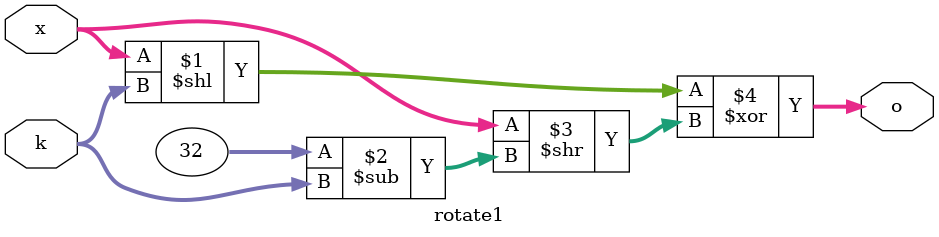
<source format=v>
module main();
reg		[31:0] a, b;
wire	[31:0] out;

rotate1 rot(.x(a), .k(b), .o(out));

initial begin
	a = 32'b00000000;
	b = 2;
	$monitor("a=%b, b=%d, out=%b", a, b, out);
	#6 a = 32'b00000111; b = 2;
	#6 a = 32'b11000111; b = 2;
	#6 a = 32'b11000111; b = 21;
	#6 a = 10; b = 3;
	#6 a = 15; b = 3;
	#6 a = 32'b11000000000000000000000011000111; b = 2;
	#6 $finish;
end
endmodule

module rotate1(x, k, o);
input	[31:0] x, k;
output	[31:0] o;
assign o = (x << k) ^ (x >> (32 - k));
endmodule


</source>
